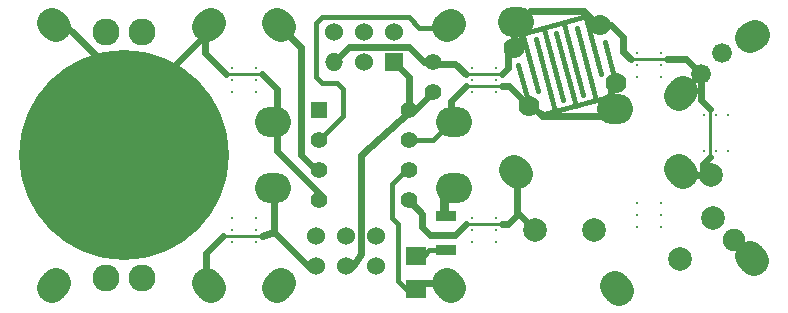
<source format=gtl>
G04 #@! TF.FileFunction,Copper,L1,Top,Signal*
%FSLAX46Y46*%
G04 Gerber Fmt 4.6, Leading zero omitted, Abs format (unit mm)*
G04 Created by KiCad (PCBNEW (2015-08-15 BZR 6092)-product) date 11/30/2015 7:36:40 PM*
%MOMM*%
G01*
G04 APERTURE LIST*
%ADD10C,0.100000*%
%ADD11C,0.381000*%
%ADD12C,0.254000*%
%ADD13C,1.998980*%
%ADD14C,1.524000*%
%ADD15R,1.524000X1.524000*%
%ADD16O,1.524000X1.524000*%
%ADD17C,2.286000*%
%ADD18C,17.780000*%
%ADD19R,1.397000X1.397000*%
%ADD20C,1.397000*%
%ADD21C,2.000000*%
%ADD22C,1.900000*%
%ADD23C,1.676400*%
%ADD24C,2.540000*%
%ADD25O,3.048000X2.540000*%
%ADD26C,0.330200*%
%ADD27C,1.778000*%
%ADD28R,1.800860X1.597660*%
%ADD29R,1.700000X0.900000*%
%ADD30C,0.609600*%
%ADD31C,0.250000*%
%ADD32C,0.406400*%
G04 APERTURE END LIST*
D10*
D11*
X155860801Y-86325930D02*
X157471432Y-92336887D01*
X157578218Y-85865750D02*
X159188848Y-91876707D01*
X161813098Y-90384661D02*
X161024217Y-87440519D01*
X154387003Y-92111517D02*
X153663862Y-89412720D01*
X159516916Y-85740718D02*
X160700237Y-90156931D01*
X154053583Y-86941653D02*
X155302643Y-91603211D01*
X156809944Y-93303013D02*
X155166443Y-87169384D01*
X160244777Y-92382652D02*
X158601276Y-86249023D01*
X160384432Y-86034188D02*
X159451176Y-85495373D01*
X159451176Y-85495373D02*
X159140091Y-85315767D01*
X159140091Y-85315767D02*
X154233188Y-86630568D01*
X154233188Y-86630568D02*
X153269422Y-87940649D01*
X158527361Y-92842832D02*
X156883860Y-86709203D01*
X154584223Y-92847552D02*
X155828564Y-93565973D01*
X155828564Y-93565973D02*
X161226157Y-92119692D01*
X161226157Y-92119692D02*
X161944578Y-90875351D01*
D12*
X161585368Y-91497521D02*
X161226157Y-92119692D01*
X161226157Y-92119692D02*
X155583219Y-93631713D01*
X155583219Y-93631713D02*
X154961048Y-93272502D01*
X160252952Y-85543498D02*
X159630781Y-85184287D01*
X159630781Y-85184287D02*
X153987843Y-86696308D01*
X153987843Y-86696308D02*
X153628632Y-87318479D01*
D13*
X169959097Y-98654771D03*
X167352903Y-105815229D03*
D14*
X143129000Y-86614000D03*
D15*
X143129000Y-89154000D03*
D14*
X140589000Y-86614000D03*
X140589000Y-89154000D03*
X138049000Y-86614000D03*
D16*
X138049000Y-89154000D03*
D17*
X118745000Y-86614000D03*
X118745000Y-107442000D03*
X121793000Y-86614000D03*
X121793000Y-107442000D03*
D18*
X120269000Y-97028000D03*
D19*
X136779000Y-93218000D03*
D20*
X136779000Y-95758000D03*
X136779000Y-98298000D03*
X136779000Y-100838000D03*
X144399000Y-100838000D03*
X144399000Y-98298000D03*
X144399000Y-95758000D03*
X144399000Y-93218000D03*
X146431000Y-89154000D03*
X146431000Y-91694000D03*
D21*
X170180000Y-102362000D03*
D22*
X171976051Y-104158051D03*
D23*
X169154974Y-90179026D03*
X170951026Y-88382974D03*
D24*
X127649131Y-85837869D02*
X127289921Y-86197079D01*
D25*
X132918200Y-94234000D03*
D24*
X114158869Y-85837869D02*
X114518079Y-86197079D01*
D25*
X148259800Y-99822000D03*
D24*
X173685743Y-86801486D02*
X173269613Y-87092862D01*
X167244869Y-91962131D02*
X167604079Y-91602921D01*
X133244810Y-108251065D02*
X133571346Y-107861915D01*
X147933190Y-108251065D02*
X147606654Y-107861915D01*
D25*
X148259800Y-94234000D03*
D24*
X148002065Y-85873810D02*
X147612915Y-86200346D01*
X133244810Y-85804935D02*
X133571346Y-86194085D01*
D25*
X132918200Y-99822000D03*
D24*
X114158869Y-108218131D02*
X114518079Y-107858921D01*
X127649131Y-108218131D02*
X127289921Y-107858921D01*
X153274869Y-98283869D02*
X153634079Y-98643079D01*
X162193131Y-108472131D02*
X161833921Y-108112921D01*
D14*
X136525000Y-106426000D03*
X139065000Y-106426000D03*
X141605000Y-106426000D03*
X141605000Y-103886000D03*
X139065000Y-103886000D03*
X136525000Y-103886000D03*
D25*
X161848800Y-93091000D03*
X153492200Y-85725000D03*
D24*
X173623131Y-105932131D02*
X173263921Y-105572921D01*
X167319486Y-98221257D02*
X167610862Y-98637387D01*
D26*
X129413000Y-91694000D03*
X129413000Y-89662000D03*
X129413000Y-90678000D03*
X131445000Y-91694000D03*
X131445000Y-89662000D03*
X131445000Y-90678000D03*
X129413000Y-104394000D03*
X129413000Y-102362000D03*
X129413000Y-103378000D03*
X131445000Y-104394000D03*
X131445000Y-102362000D03*
X131445000Y-103378000D03*
X149733000Y-104394000D03*
X149733000Y-102362000D03*
X149733000Y-103378000D03*
X151765000Y-104394000D03*
X151765000Y-102362000D03*
X151765000Y-103378000D03*
X163703000Y-103124000D03*
X163703000Y-101092000D03*
X163703000Y-102108000D03*
X165735000Y-90424000D03*
X165735000Y-88392000D03*
X165735000Y-89408000D03*
X163703000Y-90424000D03*
X163703000Y-88392000D03*
X163703000Y-89408000D03*
X165735000Y-103124000D03*
X165735000Y-101092000D03*
X165735000Y-102108000D03*
X149733000Y-91694000D03*
X149733000Y-89662000D03*
X149733000Y-90678000D03*
X151765000Y-91694000D03*
X151765000Y-89662000D03*
X151765000Y-90678000D03*
X171450000Y-96647000D03*
X169418000Y-96647000D03*
X170434000Y-96647000D03*
X171450000Y-93599000D03*
X169418000Y-93599000D03*
X170434000Y-93599000D03*
D27*
X154584223Y-92847552D03*
X153269422Y-87940649D03*
X161944578Y-90875351D03*
X160629777Y-85968448D03*
D21*
X160107000Y-103378000D03*
X155107000Y-103378000D03*
D28*
X145034000Y-108353860D03*
X145034000Y-105514140D03*
D29*
X147574000Y-102182000D03*
X147574000Y-105082000D03*
D30*
X136525000Y-106426000D02*
X135890000Y-106426000D01*
X135890000Y-106426000D02*
X132969000Y-103505000D01*
X131953000Y-103886000D02*
X132969000Y-103505000D01*
D31*
X131953000Y-103886000D02*
X128651000Y-103886000D01*
D30*
X127254000Y-105283000D02*
X128651000Y-103886000D01*
X127254000Y-107823000D02*
X127254000Y-105283000D01*
X132969000Y-103505000D02*
X132969000Y-100076000D01*
X132969000Y-100076000D02*
X133223000Y-99822000D01*
X145669000Y-89154000D02*
X144399000Y-87884000D01*
X146431000Y-89154000D02*
X145669000Y-89154000D01*
X139319000Y-87884000D02*
X138049000Y-89154000D01*
X144399000Y-87884000D02*
X139319000Y-87884000D01*
X169926000Y-97155000D02*
X169291000Y-97790000D01*
X169154974Y-90179026D02*
X169154974Y-92319974D01*
X169154974Y-92319974D02*
X169926000Y-93091000D01*
D31*
X169926000Y-97155000D02*
X169926000Y-93091000D01*
D30*
X169291000Y-97790000D02*
X169291000Y-97986674D01*
X169291000Y-97986674D02*
X169959097Y-98654771D01*
X169154974Y-90179026D02*
X169027974Y-90179026D01*
X169027974Y-90179026D02*
X167513000Y-91694000D01*
X166243000Y-88900000D02*
X167875948Y-88900000D01*
X162560000Y-88265000D02*
X162560000Y-86995000D01*
X162560000Y-86995000D02*
X161533448Y-85968448D01*
X160629777Y-85968448D02*
X161533448Y-85968448D01*
X163195000Y-88900000D02*
X162560000Y-88265000D01*
D31*
X166243000Y-88900000D02*
X163195000Y-88900000D01*
D30*
X167875948Y-88900000D02*
X169154974Y-90179026D01*
X167640000Y-98679000D02*
X167664229Y-98654771D01*
X167664229Y-98654771D02*
X169959097Y-98654771D01*
X146558000Y-89281000D02*
X148336000Y-89281000D01*
X152273000Y-90170000D02*
X152781000Y-89662000D01*
D31*
X152273000Y-90170000D02*
X149225000Y-90170000D01*
D30*
X152781000Y-89662000D02*
X152781000Y-88429071D01*
X149225000Y-90170000D02*
X148336000Y-89281000D01*
X146558000Y-89281000D02*
X146431000Y-89154000D01*
X146685000Y-89281000D02*
X146558000Y-89154000D01*
X153269422Y-87940649D02*
X153269422Y-86252578D01*
X153269422Y-86252578D02*
X153797000Y-85725000D01*
X152781000Y-88429071D02*
X153269422Y-87940649D01*
X160629777Y-85968448D02*
X160390448Y-85968448D01*
X160390448Y-85968448D02*
X159258000Y-84836000D01*
X154686000Y-84836000D02*
X153797000Y-85725000D01*
X159258000Y-84836000D02*
X154686000Y-84836000D01*
X153080517Y-86441483D02*
X153797000Y-85725000D01*
X136779000Y-100838000D02*
X136779000Y-100203000D01*
X136779000Y-100203000D02*
X133223000Y-96647000D01*
X133223000Y-96647000D02*
X133223000Y-94234000D01*
D32*
X147574000Y-102182000D02*
X147574000Y-100203000D01*
X147574000Y-100203000D02*
X147955000Y-99822000D01*
D30*
X147320000Y-101632000D02*
X147320000Y-100457000D01*
X147320000Y-100457000D02*
X147955000Y-99822000D01*
X133223000Y-94234000D02*
X133223000Y-94742000D01*
D32*
X133223000Y-94234000D02*
X133223000Y-94869000D01*
D30*
X128905000Y-90170000D02*
X127127000Y-88392000D01*
X133223000Y-94234000D02*
X133223000Y-91440000D01*
X133223000Y-91440000D02*
X131953000Y-90170000D01*
D31*
X128905000Y-90170000D02*
X131953000Y-90170000D01*
D30*
X127127000Y-88392000D02*
X127127000Y-86360000D01*
X127127000Y-86360000D02*
X127254000Y-86233000D01*
X127254000Y-86233000D02*
X127254000Y-86741000D01*
X127254000Y-86741000D02*
X120269000Y-93726000D01*
X120269000Y-93726000D02*
X120269000Y-97028000D01*
X114554000Y-86233000D02*
X115570000Y-86233000D01*
X115570000Y-86233000D02*
X120269000Y-90932000D01*
X120269000Y-90932000D02*
X120269000Y-97028000D01*
X144399000Y-93218000D02*
X144907000Y-93218000D01*
X144907000Y-93218000D02*
X146431000Y-91694000D01*
X144399000Y-93218000D02*
X144399000Y-90424000D01*
X144399000Y-90424000D02*
X143129000Y-89154000D01*
X139700000Y-106426000D02*
X139700000Y-106172000D01*
X144399000Y-93218000D02*
X144399000Y-93345000D01*
X144399000Y-93345000D02*
X140335000Y-97028000D01*
X140335000Y-105410000D02*
X139700000Y-106426000D01*
X140335000Y-97028000D02*
X140335000Y-105410000D01*
X144399000Y-93218000D02*
X144272000Y-93218000D01*
D32*
X136779000Y-95758000D02*
X138811000Y-93726000D01*
X145288000Y-86233000D02*
X147574000Y-86233000D01*
X144399000Y-85344000D02*
X145288000Y-86233000D01*
X137033000Y-85344000D02*
X144399000Y-85344000D01*
X136525000Y-85852000D02*
X137033000Y-85344000D01*
X136525000Y-90424000D02*
X136525000Y-85852000D01*
X137033000Y-90932000D02*
X136525000Y-90424000D01*
X138303000Y-90932000D02*
X137033000Y-90932000D01*
X138811000Y-91440000D02*
X138303000Y-90932000D01*
X138811000Y-93726000D02*
X138811000Y-91440000D01*
X147574000Y-86233000D02*
X147320000Y-86233000D01*
D30*
X136779000Y-98298000D02*
X136525000Y-98298000D01*
X136525000Y-98298000D02*
X135255000Y-97028000D01*
X135255000Y-97028000D02*
X135255000Y-87884000D01*
X135255000Y-87884000D02*
X133604000Y-86233000D01*
X153543000Y-98552000D02*
X153543000Y-101814000D01*
X153543000Y-101814000D02*
X155107000Y-103378000D01*
X145542000Y-101981000D02*
X144399000Y-100838000D01*
X152273000Y-102870000D02*
X152781000Y-102870000D01*
X152781000Y-102870000D02*
X153543000Y-102108000D01*
X153543000Y-98552000D02*
X153543000Y-102108000D01*
D31*
X152273000Y-102870000D02*
X149225000Y-102870000D01*
D30*
X149225000Y-102870000D02*
X148336000Y-103759000D01*
X148336000Y-103759000D02*
X146177000Y-103759000D01*
X146177000Y-103759000D02*
X145542000Y-103124000D01*
X145542000Y-103124000D02*
X145542000Y-101981000D01*
X153543000Y-98552000D02*
X154305000Y-98552000D01*
X144399000Y-100838000D02*
X144399000Y-101092000D01*
D32*
X143002000Y-101854000D02*
X143002000Y-102362000D01*
X144145000Y-98298000D02*
X143002000Y-99441000D01*
X143002000Y-99441000D02*
X143002000Y-101854000D01*
X143510000Y-107696000D02*
X144167860Y-108353860D01*
X143510000Y-102870000D02*
X143510000Y-107696000D01*
X143002000Y-102362000D02*
X143510000Y-102870000D01*
X144167860Y-108353860D02*
X145034000Y-108353860D01*
D30*
X147574000Y-107823000D02*
X145564860Y-107823000D01*
X145564860Y-107823000D02*
X145034000Y-108353860D01*
D32*
X144399000Y-98298000D02*
X144145000Y-98298000D01*
X144399000Y-98298000D02*
X144272000Y-98298000D01*
D30*
X161544000Y-93091000D02*
X161544000Y-91275929D01*
X161544000Y-91275929D02*
X161944578Y-90875351D01*
X154584223Y-92847552D02*
X154823552Y-92847552D01*
X154823552Y-92847552D02*
X155702000Y-93726000D01*
X155702000Y-93726000D02*
X160909000Y-93726000D01*
X160909000Y-93726000D02*
X161544000Y-93091000D01*
X152273000Y-91186000D02*
X152922671Y-91186000D01*
D31*
X152273000Y-91186000D02*
X149225000Y-91186000D01*
D30*
X147955000Y-92456000D02*
X149225000Y-91186000D01*
X147955000Y-94234000D02*
X147955000Y-92456000D01*
X152922671Y-91186000D02*
X154584223Y-92847552D01*
D32*
X147066000Y-94234000D02*
X147955000Y-94234000D01*
X144399000Y-95758000D02*
X146431000Y-95758000D01*
X146431000Y-95758000D02*
X147955000Y-94234000D01*
X145034000Y-105514140D02*
X145691860Y-105514140D01*
X145691860Y-105514140D02*
X146124000Y-105082000D01*
X146124000Y-105082000D02*
X147574000Y-105082000D01*
D30*
X145151860Y-105632000D02*
X145034000Y-105514140D01*
M02*

</source>
